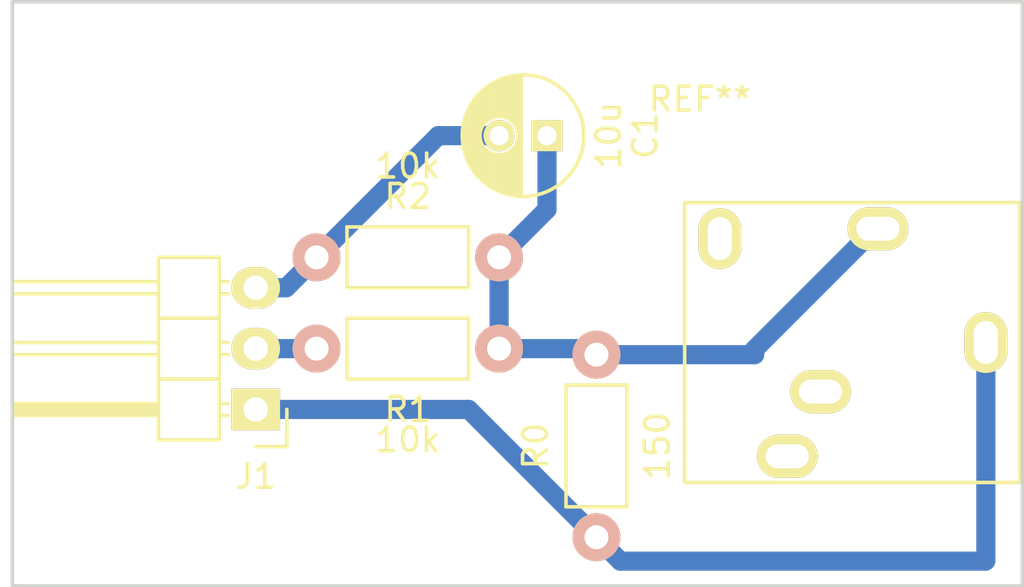
<source format=kicad_pcb>
(kicad_pcb (version 4) (host pcbnew 4.0.2+dfsg1-stable)

  (general
    (links 0)
    (no_connects 0)
    (area 111.684999 90.856999 153.999001 115.391001)
    (thickness 1.6)
    (drawings 6)
    (tracks 20)
    (zones 0)
    (modules 6)
    (nets 5)
  )

  (page A4)
  (layers
    (0 F.Cu signal)
    (31 B.Cu signal)
    (32 B.Adhes user)
    (33 F.Adhes user)
    (34 B.Paste user)
    (35 F.Paste user)
    (36 B.SilkS user)
    (37 F.SilkS user)
    (38 B.Mask user)
    (39 F.Mask user)
    (40 Dwgs.User user)
    (41 Cmts.User user)
    (42 Eco1.User user)
    (43 Eco2.User user)
    (44 Edge.Cuts user)
    (45 Margin user)
    (46 B.CrtYd user)
    (47 F.CrtYd user)
    (48 B.Fab user)
    (49 F.Fab user)
  )

  (setup
    (last_trace_width 0.8)
    (trace_clearance 0.2)
    (zone_clearance 0.508)
    (zone_45_only no)
    (trace_min 0.2)
    (segment_width 0.2)
    (edge_width 0.15)
    (via_size 0.6)
    (via_drill 0.4)
    (via_min_size 0.4)
    (via_min_drill 0.3)
    (uvia_size 0.3)
    (uvia_drill 0.1)
    (uvias_allowed no)
    (uvia_min_size 0.2)
    (uvia_min_drill 0.1)
    (pcb_text_width 0.3)
    (pcb_text_size 1.5 1.5)
    (mod_edge_width 0.15)
    (mod_text_size 1 1)
    (mod_text_width 0.15)
    (pad_size 1.524 1.524)
    (pad_drill 0.762)
    (pad_to_mask_clearance 0.2)
    (aux_axis_origin 0 0)
    (visible_elements FFFFFF7F)
    (pcbplotparams
      (layerselection 0x00030_80000001)
      (usegerberextensions false)
      (excludeedgelayer true)
      (linewidth 0.100000)
      (plotframeref false)
      (viasonmask false)
      (mode 1)
      (useauxorigin false)
      (hpglpennumber 1)
      (hpglpenspeed 20)
      (hpglpendiameter 15)
      (hpglpenoverlay 2)
      (psnegative false)
      (psa4output false)
      (plotreference true)
      (plotvalue true)
      (plotinvisibletext false)
      (padsonsilk false)
      (subtractmaskfromsilk false)
      (outputformat 1)
      (mirror false)
      (drillshape 0)
      (scaleselection 1)
      (outputdirectory ""))
  )

  (net 0 "")
  (net 1 "Net-(J1-Pad1)")
  (net 2 "Net-(J1-Pad2)")
  (net 3 "Net-(C1-Pad1)")
  (net 4 "Net-(C1-Pad2)")

  (net_class Default "This is the default net class."
    (clearance 0.2)
    (trace_width 0.8)
    (via_dia 0.6)
    (via_drill 0.4)
    (uvia_dia 0.3)
    (uvia_drill 0.1)
    (add_net "Net-(C1-Pad1)")
    (add_net "Net-(C1-Pad2)")
    (add_net "Net-(J1-Pad1)")
    (add_net "Net-(J1-Pad2)")
  )

  (module Capacitors_ThroughHole:C_Radial_D5_L11_P2 (layer F.Cu) (tedit 576E6DCB) (tstamp 576E68B5)
    (at 134.08 96.52 180)
    (descr "Radial Electrolytic Capacitor 5mm x Length 11mm, Pitch 2mm")
    (tags "Electrolytic Capacitor")
    (path /576E68B2)
    (fp_text reference C1 (at -4.096 0 270) (layer F.SilkS)
      (effects (font (size 1 1) (thickness 0.15)))
    )
    (fp_text value 10u (at -2.572 0 270) (layer F.SilkS)
      (effects (font (size 1 1) (thickness 0.15)))
    )
    (fp_line (start 1.075 -2.499) (end 1.075 2.499) (layer F.SilkS) (width 0.15))
    (fp_line (start 1.215 -2.491) (end 1.215 -0.154) (layer F.SilkS) (width 0.15))
    (fp_line (start 1.215 0.154) (end 1.215 2.491) (layer F.SilkS) (width 0.15))
    (fp_line (start 1.355 -2.475) (end 1.355 -0.473) (layer F.SilkS) (width 0.15))
    (fp_line (start 1.355 0.473) (end 1.355 2.475) (layer F.SilkS) (width 0.15))
    (fp_line (start 1.495 -2.451) (end 1.495 -0.62) (layer F.SilkS) (width 0.15))
    (fp_line (start 1.495 0.62) (end 1.495 2.451) (layer F.SilkS) (width 0.15))
    (fp_line (start 1.635 -2.418) (end 1.635 -0.712) (layer F.SilkS) (width 0.15))
    (fp_line (start 1.635 0.712) (end 1.635 2.418) (layer F.SilkS) (width 0.15))
    (fp_line (start 1.775 -2.377) (end 1.775 -0.768) (layer F.SilkS) (width 0.15))
    (fp_line (start 1.775 0.768) (end 1.775 2.377) (layer F.SilkS) (width 0.15))
    (fp_line (start 1.915 -2.327) (end 1.915 -0.795) (layer F.SilkS) (width 0.15))
    (fp_line (start 1.915 0.795) (end 1.915 2.327) (layer F.SilkS) (width 0.15))
    (fp_line (start 2.055 -2.266) (end 2.055 -0.798) (layer F.SilkS) (width 0.15))
    (fp_line (start 2.055 0.798) (end 2.055 2.266) (layer F.SilkS) (width 0.15))
    (fp_line (start 2.195 -2.196) (end 2.195 -0.776) (layer F.SilkS) (width 0.15))
    (fp_line (start 2.195 0.776) (end 2.195 2.196) (layer F.SilkS) (width 0.15))
    (fp_line (start 2.335 -2.114) (end 2.335 -0.726) (layer F.SilkS) (width 0.15))
    (fp_line (start 2.335 0.726) (end 2.335 2.114) (layer F.SilkS) (width 0.15))
    (fp_line (start 2.475 -2.019) (end 2.475 -0.644) (layer F.SilkS) (width 0.15))
    (fp_line (start 2.475 0.644) (end 2.475 2.019) (layer F.SilkS) (width 0.15))
    (fp_line (start 2.615 -1.908) (end 2.615 -0.512) (layer F.SilkS) (width 0.15))
    (fp_line (start 2.615 0.512) (end 2.615 1.908) (layer F.SilkS) (width 0.15))
    (fp_line (start 2.755 -1.78) (end 2.755 -0.265) (layer F.SilkS) (width 0.15))
    (fp_line (start 2.755 0.265) (end 2.755 1.78) (layer F.SilkS) (width 0.15))
    (fp_line (start 2.895 -1.631) (end 2.895 1.631) (layer F.SilkS) (width 0.15))
    (fp_line (start 3.035 -1.452) (end 3.035 1.452) (layer F.SilkS) (width 0.15))
    (fp_line (start 3.175 -1.233) (end 3.175 1.233) (layer F.SilkS) (width 0.15))
    (fp_line (start 3.315 -0.944) (end 3.315 0.944) (layer F.SilkS) (width 0.15))
    (fp_line (start 3.455 -0.472) (end 3.455 0.472) (layer F.SilkS) (width 0.15))
    (fp_circle (center 2 0) (end 2 -0.8) (layer F.SilkS) (width 0.15))
    (fp_circle (center 1 0) (end 1 -2.5375) (layer F.SilkS) (width 0.15))
    (fp_circle (center 1 0) (end 1 -2.8) (layer F.CrtYd) (width 0.05))
    (pad 1 thru_hole rect (at 0 0 180) (size 1.3 1.3) (drill 0.8) (layers *.Cu *.Mask F.SilkS)
      (net 3 "Net-(C1-Pad1)"))
    (pad 2 thru_hole circle (at 2 0 180) (size 1.3 1.3) (drill 0.8) (layers *.Cu *.Mask F.SilkS)
      (net 4 "Net-(C1-Pad2)"))
    (model Capacitors_ThroughHole.3dshapes/C_Radial_D5_L11_P2.wrl
      (at (xyz 0 0 0))
      (scale (xyz 1 1 1))
      (rotate (xyz 0 0 0))
    )
  )

  (module Pin_Headers:Pin_Header_Angled_1x03 (layer F.Cu) (tedit 576E6DE8) (tstamp 576E68BC)
    (at 121.92 107.95 180)
    (descr "Through hole pin header")
    (tags "pin header")
    (path /576E6B77)
    (fp_text reference J1 (at 0 -2.794 180) (layer F.SilkS)
      (effects (font (size 1 1) (thickness 0.15)))
    )
    (fp_text value CONN_01X03 (at 0 -3.1 180) (layer F.Fab) hide
      (effects (font (size 1 1) (thickness 0.15)))
    )
    (fp_line (start -1.5 -1.75) (end -1.5 6.85) (layer F.CrtYd) (width 0.05))
    (fp_line (start 10.65 -1.75) (end 10.65 6.85) (layer F.CrtYd) (width 0.05))
    (fp_line (start -1.5 -1.75) (end 10.65 -1.75) (layer F.CrtYd) (width 0.05))
    (fp_line (start -1.5 6.85) (end 10.65 6.85) (layer F.CrtYd) (width 0.05))
    (fp_line (start -1.3 -1.55) (end -1.3 0) (layer F.SilkS) (width 0.15))
    (fp_line (start 0 -1.55) (end -1.3 -1.55) (layer F.SilkS) (width 0.15))
    (fp_line (start 4.191 -0.127) (end 10.033 -0.127) (layer F.SilkS) (width 0.15))
    (fp_line (start 10.033 -0.127) (end 10.033 0.127) (layer F.SilkS) (width 0.15))
    (fp_line (start 10.033 0.127) (end 4.191 0.127) (layer F.SilkS) (width 0.15))
    (fp_line (start 4.191 0.127) (end 4.191 0) (layer F.SilkS) (width 0.15))
    (fp_line (start 4.191 0) (end 10.033 0) (layer F.SilkS) (width 0.15))
    (fp_line (start 1.524 -0.254) (end 1.143 -0.254) (layer F.SilkS) (width 0.15))
    (fp_line (start 1.524 0.254) (end 1.143 0.254) (layer F.SilkS) (width 0.15))
    (fp_line (start 1.524 2.286) (end 1.143 2.286) (layer F.SilkS) (width 0.15))
    (fp_line (start 1.524 2.794) (end 1.143 2.794) (layer F.SilkS) (width 0.15))
    (fp_line (start 1.524 4.826) (end 1.143 4.826) (layer F.SilkS) (width 0.15))
    (fp_line (start 1.524 5.334) (end 1.143 5.334) (layer F.SilkS) (width 0.15))
    (fp_line (start 4.064 1.27) (end 4.064 -1.27) (layer F.SilkS) (width 0.15))
    (fp_line (start 10.16 0.254) (end 4.064 0.254) (layer F.SilkS) (width 0.15))
    (fp_line (start 10.16 -0.254) (end 10.16 0.254) (layer F.SilkS) (width 0.15))
    (fp_line (start 4.064 -0.254) (end 10.16 -0.254) (layer F.SilkS) (width 0.15))
    (fp_line (start 1.524 1.27) (end 4.064 1.27) (layer F.SilkS) (width 0.15))
    (fp_line (start 1.524 -1.27) (end 1.524 1.27) (layer F.SilkS) (width 0.15))
    (fp_line (start 1.524 -1.27) (end 4.064 -1.27) (layer F.SilkS) (width 0.15))
    (fp_line (start 1.524 3.81) (end 4.064 3.81) (layer F.SilkS) (width 0.15))
    (fp_line (start 1.524 3.81) (end 1.524 6.35) (layer F.SilkS) (width 0.15))
    (fp_line (start 4.064 4.826) (end 10.16 4.826) (layer F.SilkS) (width 0.15))
    (fp_line (start 10.16 4.826) (end 10.16 5.334) (layer F.SilkS) (width 0.15))
    (fp_line (start 10.16 5.334) (end 4.064 5.334) (layer F.SilkS) (width 0.15))
    (fp_line (start 4.064 6.35) (end 4.064 3.81) (layer F.SilkS) (width 0.15))
    (fp_line (start 4.064 3.81) (end 4.064 1.27) (layer F.SilkS) (width 0.15))
    (fp_line (start 10.16 2.794) (end 4.064 2.794) (layer F.SilkS) (width 0.15))
    (fp_line (start 10.16 2.286) (end 10.16 2.794) (layer F.SilkS) (width 0.15))
    (fp_line (start 4.064 2.286) (end 10.16 2.286) (layer F.SilkS) (width 0.15))
    (fp_line (start 1.524 3.81) (end 4.064 3.81) (layer F.SilkS) (width 0.15))
    (fp_line (start 1.524 1.27) (end 1.524 3.81) (layer F.SilkS) (width 0.15))
    (fp_line (start 1.524 1.27) (end 4.064 1.27) (layer F.SilkS) (width 0.15))
    (fp_line (start 1.524 6.35) (end 4.064 6.35) (layer F.SilkS) (width 0.15))
    (pad 1 thru_hole rect (at 0 0 180) (size 2.032 1.7272) (drill 1.016) (layers *.Cu *.Mask F.SilkS)
      (net 1 "Net-(J1-Pad1)"))
    (pad 2 thru_hole oval (at 0 2.54 180) (size 2.032 1.7272) (drill 1.016) (layers *.Cu *.Mask F.SilkS)
      (net 2 "Net-(J1-Pad2)"))
    (pad 3 thru_hole oval (at 0 5.08 180) (size 2.032 1.7272) (drill 1.016) (layers *.Cu *.Mask F.SilkS)
      (net 4 "Net-(C1-Pad2)"))
    (model Pin_Headers.3dshapes/Pin_Header_Angled_1x03.wrl
      (at (xyz 0 -0.1 0))
      (scale (xyz 1 1 1))
      (rotate (xyz 0 0 90))
    )
  )

  (module Resistors_ThroughHole:Resistor_Horizontal_RM7mm (layer F.Cu) (tedit 576E6DE4) (tstamp 576E68CA)
    (at 136.144 113.284 90)
    (descr "Resistor, Axial,  RM 7.62mm, 1/3W,")
    (tags "Resistor Axial RM 7.62mm 1/3W R3")
    (path /576E638A)
    (fp_text reference R0 (at 3.81 -2.54 90) (layer F.SilkS)
      (effects (font (size 1 1) (thickness 0.15)))
    )
    (fp_text value 150 (at 3.81 2.54 90) (layer F.SilkS)
      (effects (font (size 1 1) (thickness 0.15)))
    )
    (fp_line (start -1.25 -1.5) (end 8.85 -1.5) (layer F.CrtYd) (width 0.05))
    (fp_line (start -1.25 1.5) (end -1.25 -1.5) (layer F.CrtYd) (width 0.05))
    (fp_line (start 8.85 -1.5) (end 8.85 1.5) (layer F.CrtYd) (width 0.05))
    (fp_line (start -1.25 1.5) (end 8.85 1.5) (layer F.CrtYd) (width 0.05))
    (fp_line (start 1.27 -1.27) (end 6.35 -1.27) (layer F.SilkS) (width 0.15))
    (fp_line (start 6.35 -1.27) (end 6.35 1.27) (layer F.SilkS) (width 0.15))
    (fp_line (start 6.35 1.27) (end 1.27 1.27) (layer F.SilkS) (width 0.15))
    (fp_line (start 1.27 1.27) (end 1.27 -1.27) (layer F.SilkS) (width 0.15))
    (pad 1 thru_hole circle (at 0 0 90) (size 1.99898 1.99898) (drill 1.00076) (layers *.Cu *.SilkS *.Mask)
      (net 1 "Net-(J1-Pad1)"))
    (pad 2 thru_hole circle (at 7.62 0 90) (size 1.99898 1.99898) (drill 1.00076) (layers *.Cu *.SilkS *.Mask)
      (net 3 "Net-(C1-Pad1)"))
  )

  (module Resistors_ThroughHole:Resistor_Horizontal_RM7mm (layer F.Cu) (tedit 576E6DDC) (tstamp 576E68D0)
    (at 124.46 105.41)
    (descr "Resistor, Axial,  RM 7.62mm, 1/3W,")
    (tags "Resistor Axial RM 7.62mm 1/3W R3")
    (path /576E655B)
    (fp_text reference R1 (at 3.81 2.54) (layer F.SilkS)
      (effects (font (size 1 1) (thickness 0.15)))
    )
    (fp_text value 10k (at 3.81 3.81) (layer F.SilkS)
      (effects (font (size 1 1) (thickness 0.15)))
    )
    (fp_line (start -1.25 -1.5) (end 8.85 -1.5) (layer F.CrtYd) (width 0.05))
    (fp_line (start -1.25 1.5) (end -1.25 -1.5) (layer F.CrtYd) (width 0.05))
    (fp_line (start 8.85 -1.5) (end 8.85 1.5) (layer F.CrtYd) (width 0.05))
    (fp_line (start -1.25 1.5) (end 8.85 1.5) (layer F.CrtYd) (width 0.05))
    (fp_line (start 1.27 -1.27) (end 6.35 -1.27) (layer F.SilkS) (width 0.15))
    (fp_line (start 6.35 -1.27) (end 6.35 1.27) (layer F.SilkS) (width 0.15))
    (fp_line (start 6.35 1.27) (end 1.27 1.27) (layer F.SilkS) (width 0.15))
    (fp_line (start 1.27 1.27) (end 1.27 -1.27) (layer F.SilkS) (width 0.15))
    (pad 1 thru_hole circle (at 0 0) (size 1.99898 1.99898) (drill 1.00076) (layers *.Cu *.SilkS *.Mask)
      (net 2 "Net-(J1-Pad2)"))
    (pad 2 thru_hole circle (at 7.62 0) (size 1.99898 1.99898) (drill 1.00076) (layers *.Cu *.SilkS *.Mask)
      (net 3 "Net-(C1-Pad1)"))
  )

  (module Resistors_ThroughHole:Resistor_Horizontal_RM7mm (layer F.Cu) (tedit 576E6DD4) (tstamp 576E68D6)
    (at 132.08 101.6 180)
    (descr "Resistor, Axial,  RM 7.62mm, 1/3W,")
    (tags "Resistor Axial RM 7.62mm 1/3W R3")
    (path /576E65FA)
    (fp_text reference R2 (at 3.81 2.54 180) (layer F.SilkS)
      (effects (font (size 1 1) (thickness 0.15)))
    )
    (fp_text value 10k (at 3.81 3.81 180) (layer F.SilkS)
      (effects (font (size 1 1) (thickness 0.15)))
    )
    (fp_line (start -1.25 -1.5) (end 8.85 -1.5) (layer F.CrtYd) (width 0.05))
    (fp_line (start -1.25 1.5) (end -1.25 -1.5) (layer F.CrtYd) (width 0.05))
    (fp_line (start 8.85 -1.5) (end 8.85 1.5) (layer F.CrtYd) (width 0.05))
    (fp_line (start -1.25 1.5) (end 8.85 1.5) (layer F.CrtYd) (width 0.05))
    (fp_line (start 1.27 -1.27) (end 6.35 -1.27) (layer F.SilkS) (width 0.15))
    (fp_line (start 6.35 -1.27) (end 6.35 1.27) (layer F.SilkS) (width 0.15))
    (fp_line (start 6.35 1.27) (end 1.27 1.27) (layer F.SilkS) (width 0.15))
    (fp_line (start 1.27 1.27) (end 1.27 -1.27) (layer F.SilkS) (width 0.15))
    (pad 1 thru_hole circle (at 0 0 180) (size 1.99898 1.99898) (drill 1.00076) (layers *.Cu *.SilkS *.Mask)
      (net 3 "Net-(C1-Pad1)"))
    (pad 2 thru_hole circle (at 7.62 0 180) (size 1.99898 1.99898) (drill 1.00076) (layers *.Cu *.SilkS *.Mask)
      (net 4 "Net-(C1-Pad2)"))
  )

  (module trs_3:TRS_3.5 (layer F.Cu) (tedit 576E6CBB) (tstamp 576E88B6)
    (at 146.812 105.156)
    (fp_text reference REF** (at -6.35 -10.16) (layer F.SilkS)
      (effects (font (size 1 1) (thickness 0.15)))
    )
    (fp_text value TRS_3.5 (at 0 -10.16) (layer F.Fab)
      (effects (font (size 1 1) (thickness 0.15)))
    )
    (fp_line (start -6.985 5.842) (end -6.985 -5.842) (layer F.SilkS) (width 0.15))
    (fp_line (start 6.985 5.842) (end -6.985 5.842) (layer F.SilkS) (width 0.15))
    (fp_line (start 6.985 -5.842) (end 6.985 5.842) (layer F.SilkS) (width 0.15))
    (fp_line (start -6.985 -5.842) (end 6.985 -5.842) (layer F.SilkS) (width 0.15))
    (pad 1 thru_hole oval (at 5.588 0) (size 1.8 2.54) (drill oval 1 1.8) (layers *.Cu *.Mask F.SilkS))
    (pad 3 thru_hole oval (at 1.085 -4.75 90) (size 1.8 2.54) (drill oval 1 1.8) (layers *.Cu *.Mask F.SilkS))
    (pad 5 thru_hole oval (at -5.515 -4.342) (size 1.8 2.54) (drill oval 1 1.8) (layers *.Cu *.Mask F.SilkS))
    (pad 2 thru_hole oval (at -2.7 4.75 90) (size 1.8 2.54) (drill oval 1 1.8) (layers *.Cu *.Mask F.SilkS))
    (pad 4 thru_hole oval (at -1.315 2.05 90) (size 1.8 2.54) (drill oval 1 1.8) (layers *.Cu *.Mask F.SilkS))
    (model ${KIPRJ3DMOD}/trs_3.x3d
      (at (xyz 0 0 0))
      (scale (xyz 0.4 0.4 0.4))
      (rotate (xyz 90 180 -90))
    )
  )

  (gr_line (start 153.924 90.932) (end 153.924 93.98) (layer Edge.Cuts) (width 0.15))
  (gr_line (start 111.76 90.932) (end 153.924 90.932) (layer Edge.Cuts) (width 0.15))
  (gr_line (start 111.76 93.98) (end 111.76 90.932) (layer Edge.Cuts) (width 0.15))
  (gr_line (start 111.76 115.316) (end 111.76 93.98) (layer Edge.Cuts) (width 0.15))
  (gr_line (start 153.924 115.316) (end 111.76 115.316) (layer Edge.Cuts) (width 0.15))
  (gr_line (start 153.924 93.98) (end 153.924 115.316) (layer Edge.Cuts) (width 0.15))

  (segment (start 136.144 113.284) (end 130.81 107.95) (width 0.8) (layer B.Cu) (net 1))
  (segment (start 130.81 107.95) (end 121.92 107.95) (width 0.8) (layer B.Cu) (net 1))
  (segment (start 152.383489 114.283489) (end 152.4 114.266978) (width 0.8) (layer B.Cu) (net 1))
  (segment (start 152.4 114.266978) (end 152.4 105.41) (width 0.8) (layer B.Cu) (net 1))
  (segment (start 136.144 113.284) (end 137.143489 114.283489) (width 0.8) (layer B.Cu) (net 1))
  (segment (start 137.143489 114.283489) (end 152.383489 114.283489) (width 0.8) (layer B.Cu) (net 1))
  (segment (start 121.92 105.41) (end 124.46 105.41) (width 0.8) (layer B.Cu) (net 2))
  (segment (start 142.748 105.664) (end 142.748 105.439) (width 0.8) (layer B.Cu) (net 3))
  (segment (start 142.748 105.439) (end 147.527 100.66) (width 0.8) (layer B.Cu) (net 3))
  (segment (start 147.527 100.66) (end 147.897 100.66) (width 0.8) (layer B.Cu) (net 3))
  (segment (start 136.144 105.664) (end 142.748 105.664) (width 0.8) (layer B.Cu) (net 3))
  (segment (start 132.08 105.41) (end 132.08 101.6) (width 0.8) (layer B.Cu) (net 3))
  (segment (start 132.08 105.41) (end 135.89 105.41) (width 0.8) (layer B.Cu) (net 3))
  (segment (start 135.89 105.41) (end 136.144 105.664) (width 0.8) (layer B.Cu) (net 3))
  (segment (start 134.08 96.52) (end 134.08 99.6) (width 0.8) (layer B.Cu) (net 3))
  (segment (start 134.08 99.6) (end 132.08 101.6) (width 0.8) (layer B.Cu) (net 3))
  (segment (start 124.46 101.6) (end 129.54 96.52) (width 0.8) (layer B.Cu) (net 4))
  (segment (start 129.54 96.52) (end 132.08 96.52) (width 0.8) (layer B.Cu) (net 4))
  (segment (start 121.92 102.87) (end 123.19 102.87) (width 0.8) (layer B.Cu) (net 4))
  (segment (start 123.19 102.87) (end 124.46 101.6) (width 0.8) (layer B.Cu) (net 4))

)

</source>
